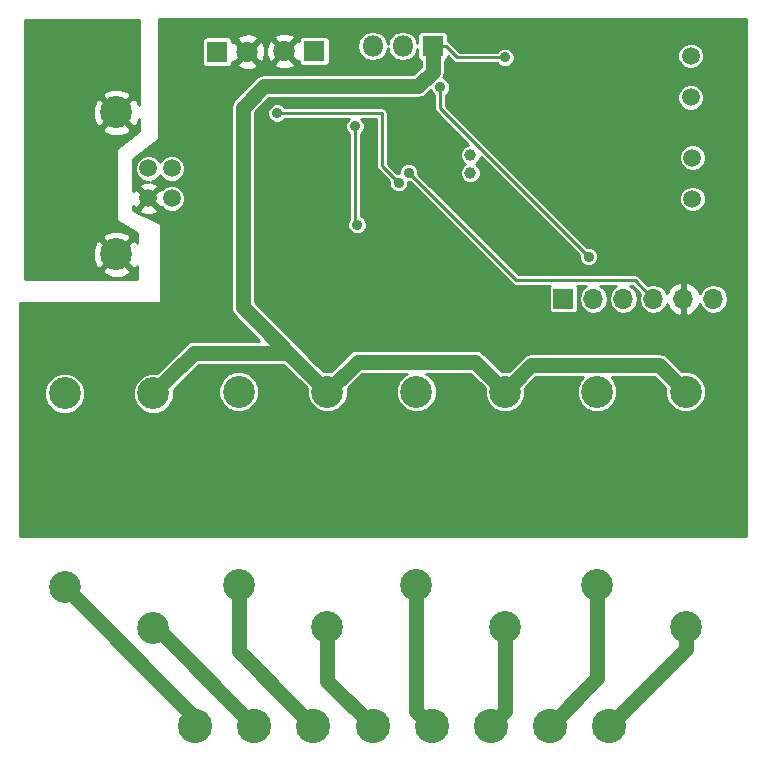
<source format=gbl>
G04 #@! TF.GenerationSoftware,KiCad,Pcbnew,(2017-01-27 revision d0c46a8)-makepkg*
G04 #@! TF.CreationDate,2017-03-06T20:45:13-05:00*
G04 #@! TF.ProjectId,reflowoven,7265666C6F776F76656E2E6B69636164,rev?*
G04 #@! TF.FileFunction,Copper,L2,Bot,Signal*
G04 #@! TF.FilePolarity,Positive*
%FSLAX46Y46*%
G04 Gerber Fmt 4.6, Leading zero omitted, Abs format (unit mm)*
G04 Created by KiCad (PCBNEW (2017-01-27 revision d0c46a8)-makepkg) date 03/06/17 20:45:13*
%MOMM*%
%LPD*%
G01*
G04 APERTURE LIST*
%ADD10C,0.150000*%
%ADD11O,1.800000X1.800000*%
%ADD12R,1.800000X1.800000*%
%ADD13C,2.700000*%
%ADD14O,1.700000X1.700000*%
%ADD15R,1.700000X1.700000*%
%ADD16C,1.500000*%
%ADD17C,2.900000*%
%ADD18C,1.800000*%
%ADD19C,1.520000*%
%ADD20C,1.000000*%
%ADD21C,0.889000*%
%ADD22C,0.228600*%
%ADD23C,1.270000*%
%ADD24C,0.254000*%
G04 APERTURE END LIST*
D10*
D11*
X158902400Y-150469600D03*
X161442400Y-150469600D03*
D12*
X163982400Y-150469600D03*
D13*
X155083200Y-199637200D03*
X147583200Y-196137200D03*
X147583200Y-179737200D03*
X155083200Y-179737200D03*
X140325800Y-179889600D03*
X132825800Y-179889600D03*
X132825800Y-196289600D03*
X140325800Y-199789600D03*
D14*
X187756800Y-171881800D03*
X185216800Y-171881800D03*
X182676800Y-171881800D03*
X180136800Y-171881800D03*
X177596800Y-171881800D03*
D15*
X175056800Y-171881800D03*
D13*
X185410800Y-179737200D03*
X177910800Y-179737200D03*
X177910800Y-196137200D03*
X185410800Y-199637200D03*
D16*
X185978800Y-163418400D03*
X185978800Y-159918400D03*
X185851800Y-151310400D03*
X185851800Y-154810400D03*
D17*
X178902400Y-208026000D03*
X173902400Y-208026000D03*
X168902400Y-208026000D03*
X163902400Y-208026000D03*
X158902400Y-208026000D03*
X153902400Y-208026000D03*
X148902400Y-208026000D03*
X143902400Y-208026000D03*
D13*
X170120000Y-179737200D03*
X162620000Y-179737200D03*
X162620000Y-196137200D03*
X170120000Y-199637200D03*
D18*
X151434800Y-150901400D03*
D12*
X153974800Y-150901400D03*
D13*
X137209800Y-168102800D03*
X137209800Y-156102800D03*
D19*
X139909800Y-160832800D03*
X139909800Y-163372800D03*
X141909800Y-163372800D03*
X141909800Y-160832800D03*
D18*
X148285200Y-150952200D03*
D12*
X145745200Y-150952200D03*
D20*
X167182800Y-159715200D03*
X167182800Y-161215200D03*
D21*
X157594300Y-165608000D03*
X157416500Y-157276800D03*
X177190400Y-168300400D03*
X164642800Y-153949400D03*
X150825200Y-156159200D03*
X161112200Y-162052000D03*
X161950400Y-161188400D03*
X151320500Y-170751500D03*
X155321000Y-162471100D03*
X144741900Y-169418000D03*
X160422797Y-155807973D03*
X165105637Y-157430037D03*
X170281600Y-156883100D03*
X171170600Y-160985200D03*
X179971700Y-163588700D03*
X178879500Y-156972000D03*
X178308000Y-149428200D03*
X170766600Y-150342600D03*
X157378400Y-169418000D03*
X149250400Y-163499800D03*
X147916899Y-162255200D03*
X170103800Y-151447500D03*
D22*
X157416500Y-165430200D02*
X157594300Y-165608000D01*
X157416500Y-157276800D02*
X157416500Y-165430200D01*
X164642800Y-155752800D02*
X177190400Y-168300400D01*
X164642800Y-153949400D02*
X164642800Y-155752800D01*
X159689800Y-156159200D02*
X159689800Y-160629600D01*
X159689800Y-160629600D02*
X161112200Y-162052000D01*
X150825200Y-156159200D02*
X159689800Y-156159200D01*
X171069000Y-170307000D02*
X161950400Y-161188400D01*
X161848800Y-161086800D02*
X161950400Y-161188400D01*
X182676800Y-171881800D02*
X181102000Y-170307000D01*
X181102000Y-170307000D02*
X171069000Y-170307000D01*
D23*
X132825800Y-196289600D02*
X143902400Y-207366200D01*
X143902400Y-207366200D02*
X143902400Y-208026000D01*
X140325800Y-199789600D02*
X140666000Y-199789600D01*
X140666000Y-199789600D02*
X148902400Y-208026000D01*
X147583200Y-196137200D02*
X147583200Y-201706800D01*
X147583200Y-201706800D02*
X152452401Y-206576001D01*
X152452401Y-206576001D02*
X153902400Y-208026000D01*
X155083200Y-199637200D02*
X155083200Y-204206800D01*
X155083200Y-204206800D02*
X158902400Y-208026000D01*
X170120000Y-199637200D02*
X170120000Y-206808400D01*
X170120000Y-206808400D02*
X168902400Y-208026000D01*
X177910800Y-196137200D02*
X177910800Y-204017600D01*
X177910800Y-204017600D02*
X173902400Y-208026000D01*
X185410800Y-199637200D02*
X185410800Y-201517600D01*
X185410800Y-201517600D02*
X178902400Y-208026000D01*
X162620000Y-196137200D02*
X162620000Y-206743600D01*
X162620000Y-206743600D02*
X163902400Y-208026000D01*
X147916899Y-155683181D02*
X147916899Y-162255200D01*
X147916899Y-162255200D02*
X147916899Y-172570899D01*
X155083200Y-179737200D02*
X151774400Y-176428400D01*
X151774400Y-176428400D02*
X143787000Y-176428400D01*
X141675799Y-178539601D02*
X140325800Y-179889600D01*
X143787000Y-176428400D02*
X141675799Y-178539601D01*
X170120000Y-179737200D02*
X172359001Y-177498199D01*
X172359001Y-177498199D02*
X183171799Y-177498199D01*
X183171799Y-177498199D02*
X184060801Y-178387201D01*
X184060801Y-178387201D02*
X185410800Y-179737200D01*
X155083200Y-179737200D02*
X157630000Y-177190400D01*
X157630000Y-177190400D02*
X167573200Y-177190400D01*
X167573200Y-177190400D02*
X168770001Y-178387201D01*
X168770001Y-178387201D02*
X170120000Y-179737200D01*
X162763200Y-153858800D02*
X149741280Y-153858800D01*
X149741280Y-153858800D02*
X147916899Y-155683181D01*
X147916899Y-172570899D02*
X153733201Y-178387201D01*
X153733201Y-178387201D02*
X155083200Y-179737200D01*
X163982400Y-150469600D02*
X163982400Y-152639600D01*
X163982400Y-152639600D02*
X162763200Y-153858800D01*
D22*
X166088900Y-151447500D02*
X170103800Y-151447500D01*
X163982400Y-150469600D02*
X165111000Y-150469600D01*
X165111000Y-150469600D02*
X166088900Y-151447500D01*
D24*
G36*
X190525400Y-191960500D02*
X167563800Y-191960500D01*
X167515199Y-191970167D01*
X167510757Y-191973135D01*
X129032162Y-191935225D01*
X129047060Y-180232407D01*
X131094500Y-180232407D01*
X131357474Y-180868852D01*
X131843987Y-181356214D01*
X132479972Y-181620299D01*
X133168607Y-181620900D01*
X133805052Y-181357926D01*
X134292414Y-180871413D01*
X134556499Y-180235428D01*
X134556501Y-180232407D01*
X138594500Y-180232407D01*
X138857474Y-180868852D01*
X139343987Y-181356214D01*
X139979972Y-181620299D01*
X140668607Y-181620900D01*
X141305052Y-181357926D01*
X141792414Y-180871413D01*
X142056499Y-180235428D01*
X142056634Y-180080007D01*
X145851900Y-180080007D01*
X146114874Y-180716452D01*
X146601387Y-181203814D01*
X147237372Y-181467899D01*
X147926007Y-181468500D01*
X148562452Y-181205526D01*
X149049814Y-180719013D01*
X149313899Y-180083028D01*
X149314500Y-179394393D01*
X149051526Y-178757948D01*
X148565013Y-178270586D01*
X147929028Y-178006501D01*
X147240393Y-178005900D01*
X146603948Y-178268874D01*
X146116586Y-178755387D01*
X145852501Y-179391372D01*
X145851900Y-180080007D01*
X142056634Y-180080007D01*
X142057058Y-179595183D01*
X142394220Y-179258021D01*
X142394222Y-179258018D01*
X144207841Y-177444400D01*
X151353559Y-177444400D01*
X152816946Y-178907787D01*
X153352456Y-179443296D01*
X153351900Y-180080007D01*
X153614874Y-180716452D01*
X154101387Y-181203814D01*
X154737372Y-181467899D01*
X155426007Y-181468500D01*
X156062452Y-181205526D01*
X156549814Y-180719013D01*
X156813899Y-180083028D01*
X156814458Y-179442783D01*
X158050841Y-178206400D01*
X161791946Y-178206400D01*
X161640748Y-178268874D01*
X161153386Y-178755387D01*
X160889301Y-179391372D01*
X160888700Y-180080007D01*
X161151674Y-180716452D01*
X161638187Y-181203814D01*
X162274172Y-181467899D01*
X162962807Y-181468500D01*
X163599252Y-181205526D01*
X164086614Y-180719013D01*
X164350699Y-180083028D01*
X164351300Y-179394393D01*
X164088326Y-178757948D01*
X163601813Y-178270586D01*
X163447237Y-178206400D01*
X167152360Y-178206400D01*
X168051580Y-179105621D01*
X168051583Y-179105623D01*
X168389256Y-179443296D01*
X168388700Y-180080007D01*
X168651674Y-180716452D01*
X169138187Y-181203814D01*
X169774172Y-181467899D01*
X170462807Y-181468500D01*
X171099252Y-181205526D01*
X171586614Y-180719013D01*
X171850699Y-180083028D01*
X171851258Y-179442783D01*
X172779842Y-178514199D01*
X176685795Y-178514199D01*
X176444186Y-178755387D01*
X176180101Y-179391372D01*
X176179500Y-180080007D01*
X176442474Y-180716452D01*
X176928987Y-181203814D01*
X177564972Y-181467899D01*
X178253607Y-181468500D01*
X178890052Y-181205526D01*
X179377414Y-180719013D01*
X179641499Y-180083028D01*
X179642100Y-179394393D01*
X179379126Y-178757948D01*
X179135802Y-178514199D01*
X182750959Y-178514199D01*
X183342381Y-179105622D01*
X183342384Y-179105624D01*
X183680056Y-179443296D01*
X183679500Y-180080007D01*
X183942474Y-180716452D01*
X184428987Y-181203814D01*
X185064972Y-181467899D01*
X185753607Y-181468500D01*
X186390052Y-181205526D01*
X186877414Y-180719013D01*
X187141499Y-180083028D01*
X187142100Y-179394393D01*
X186879126Y-178757948D01*
X186392613Y-178270586D01*
X185756628Y-178006501D01*
X185116382Y-178005942D01*
X184779224Y-177668784D01*
X184779222Y-177668781D01*
X183890219Y-176779779D01*
X183560606Y-176559537D01*
X183496099Y-176546706D01*
X183171799Y-176482199D01*
X172359001Y-176482199D01*
X171970194Y-176559537D01*
X171640581Y-176779778D01*
X170413904Y-178006456D01*
X169825582Y-178005942D01*
X169488423Y-177668783D01*
X169488421Y-177668780D01*
X168291620Y-176471980D01*
X167962007Y-176251738D01*
X167897500Y-176238907D01*
X167573200Y-176174400D01*
X157630000Y-176174400D01*
X157305700Y-176238907D01*
X157241193Y-176251738D01*
X156911579Y-176471980D01*
X155377104Y-178006456D01*
X154788783Y-178005942D01*
X154149903Y-177367062D01*
X148932899Y-172150059D01*
X148932899Y-156322682D01*
X149999557Y-156322682D01*
X150124967Y-156626198D01*
X150356981Y-156858617D01*
X150660277Y-156984557D01*
X150988682Y-156984843D01*
X151292198Y-156859433D01*
X151497489Y-156654500D01*
X156871433Y-156654500D01*
X156717083Y-156808581D01*
X156591143Y-157111877D01*
X156590857Y-157440282D01*
X156716267Y-157743798D01*
X156921200Y-157949089D01*
X156921200Y-165113510D01*
X156894883Y-165139781D01*
X156768943Y-165443077D01*
X156768657Y-165771482D01*
X156894067Y-166074998D01*
X157126081Y-166307417D01*
X157429377Y-166433357D01*
X157757782Y-166433643D01*
X158061298Y-166308233D01*
X158293717Y-166076219D01*
X158419657Y-165772923D01*
X158419943Y-165444518D01*
X158294533Y-165141002D01*
X158062519Y-164908583D01*
X157911800Y-164845999D01*
X157911800Y-157948780D01*
X158115917Y-157745019D01*
X158241857Y-157441723D01*
X158242143Y-157113318D01*
X158116733Y-156809802D01*
X157961702Y-156654500D01*
X159194500Y-156654500D01*
X159194500Y-160629600D01*
X159232202Y-160819144D01*
X159339570Y-160979830D01*
X160286808Y-161927068D01*
X160286557Y-162215482D01*
X160411967Y-162518998D01*
X160643981Y-162751417D01*
X160947277Y-162877357D01*
X161275682Y-162877643D01*
X161579198Y-162752233D01*
X161811617Y-162520219D01*
X161937557Y-162216923D01*
X161937734Y-162013890D01*
X162075550Y-162014010D01*
X170718770Y-170657230D01*
X170879457Y-170764598D01*
X171069000Y-170802300D01*
X173901922Y-170802300D01*
X173847906Y-170883141D01*
X173818336Y-171031800D01*
X173818336Y-172731800D01*
X173847906Y-172880459D01*
X173932114Y-173006486D01*
X174058141Y-173090694D01*
X174206800Y-173120264D01*
X175906800Y-173120264D01*
X176055459Y-173090694D01*
X176181486Y-173006486D01*
X176265694Y-172880459D01*
X176295264Y-172731800D01*
X176295264Y-171031800D01*
X176265694Y-170883141D01*
X176211678Y-170802300D01*
X177003126Y-170802300D01*
X176726352Y-170987235D01*
X176459504Y-171386600D01*
X176365800Y-171857683D01*
X176365800Y-171905917D01*
X176459504Y-172377000D01*
X176726352Y-172776365D01*
X177125717Y-173043213D01*
X177596800Y-173136917D01*
X178067883Y-173043213D01*
X178467248Y-172776365D01*
X178734096Y-172377000D01*
X178827800Y-171905917D01*
X178827800Y-171857683D01*
X178734096Y-171386600D01*
X178467248Y-170987235D01*
X178190474Y-170802300D01*
X179543126Y-170802300D01*
X179266352Y-170987235D01*
X178999504Y-171386600D01*
X178905800Y-171857683D01*
X178905800Y-171905917D01*
X178999504Y-172377000D01*
X179266352Y-172776365D01*
X179665717Y-173043213D01*
X180136800Y-173136917D01*
X180607883Y-173043213D01*
X181007248Y-172776365D01*
X181274096Y-172377000D01*
X181367800Y-171905917D01*
X181367800Y-171857683D01*
X181274096Y-171386600D01*
X181007248Y-170987235D01*
X180730474Y-170802300D01*
X180896840Y-170802300D01*
X181529821Y-171435281D01*
X181445800Y-171857683D01*
X181445800Y-171905917D01*
X181539504Y-172377000D01*
X181806352Y-172776365D01*
X182205717Y-173043213D01*
X182676800Y-173136917D01*
X183147883Y-173043213D01*
X183547248Y-172776365D01*
X183814096Y-172377000D01*
X183821883Y-172337853D01*
X184021617Y-172763158D01*
X184449876Y-173153445D01*
X184859910Y-173323276D01*
X185089800Y-173201955D01*
X185089800Y-172008800D01*
X185069800Y-172008800D01*
X185069800Y-171754800D01*
X185089800Y-171754800D01*
X185089800Y-170561645D01*
X185343800Y-170561645D01*
X185343800Y-171754800D01*
X185363800Y-171754800D01*
X185363800Y-172008800D01*
X185343800Y-172008800D01*
X185343800Y-173201955D01*
X185573690Y-173323276D01*
X185983724Y-173153445D01*
X186411983Y-172763158D01*
X186611717Y-172337853D01*
X186619504Y-172377000D01*
X186886352Y-172776365D01*
X187285717Y-173043213D01*
X187756800Y-173136917D01*
X188227883Y-173043213D01*
X188627248Y-172776365D01*
X188894096Y-172377000D01*
X188987800Y-171905917D01*
X188987800Y-171857683D01*
X188894096Y-171386600D01*
X188627248Y-170987235D01*
X188227883Y-170720387D01*
X187756800Y-170626683D01*
X187285717Y-170720387D01*
X186886352Y-170987235D01*
X186619504Y-171386600D01*
X186611717Y-171425747D01*
X186411983Y-171000442D01*
X185983724Y-170610155D01*
X185573690Y-170440324D01*
X185343800Y-170561645D01*
X185089800Y-170561645D01*
X184859910Y-170440324D01*
X184449876Y-170610155D01*
X184021617Y-171000442D01*
X183821883Y-171425747D01*
X183814096Y-171386600D01*
X183547248Y-170987235D01*
X183147883Y-170720387D01*
X182676800Y-170626683D01*
X182214166Y-170718706D01*
X181452230Y-169956770D01*
X181291544Y-169849402D01*
X181102000Y-169811700D01*
X171274160Y-169811700D01*
X162775792Y-161313332D01*
X162776043Y-161024918D01*
X162650633Y-160721402D01*
X162418619Y-160488983D01*
X162115323Y-160363043D01*
X161786918Y-160362757D01*
X161483402Y-160488167D01*
X161250983Y-160720181D01*
X161125043Y-161023477D01*
X161124866Y-161226510D01*
X160987050Y-161226390D01*
X160185100Y-160424440D01*
X160185100Y-156159200D01*
X160147398Y-155969657D01*
X160040030Y-155808970D01*
X159879343Y-155701602D01*
X159689800Y-155663900D01*
X151497180Y-155663900D01*
X151293419Y-155459783D01*
X150990123Y-155333843D01*
X150661718Y-155333557D01*
X150358202Y-155458967D01*
X150125783Y-155690981D01*
X149999843Y-155994277D01*
X149999557Y-156322682D01*
X148932899Y-156322682D01*
X148932899Y-156104021D01*
X150162121Y-154874800D01*
X162763200Y-154874800D01*
X163087500Y-154810293D01*
X163152007Y-154797462D01*
X163481620Y-154577220D01*
X163854816Y-154204024D01*
X163942567Y-154416398D01*
X164147500Y-154621689D01*
X164147500Y-155752800D01*
X164185202Y-155942344D01*
X164292570Y-156103030D01*
X167023600Y-158834060D01*
X167008327Y-158834047D01*
X166684405Y-158967889D01*
X166436360Y-159215502D01*
X166301953Y-159539189D01*
X166301647Y-159889673D01*
X166435489Y-160213595D01*
X166683102Y-160461640D01*
X166691295Y-160465042D01*
X166684405Y-160467889D01*
X166436360Y-160715502D01*
X166301953Y-161039189D01*
X166301647Y-161389673D01*
X166435489Y-161713595D01*
X166683102Y-161961640D01*
X167006789Y-162096047D01*
X167357273Y-162096353D01*
X167681195Y-161962511D01*
X167929240Y-161714898D01*
X168063647Y-161391211D01*
X168063953Y-161040727D01*
X167930111Y-160716805D01*
X167682498Y-160468760D01*
X167674305Y-160465358D01*
X167681195Y-160462511D01*
X167929240Y-160214898D01*
X168063647Y-159891211D01*
X168063662Y-159874122D01*
X176365008Y-168175468D01*
X176364757Y-168463882D01*
X176490167Y-168767398D01*
X176722181Y-168999817D01*
X177025477Y-169125757D01*
X177353882Y-169126043D01*
X177657398Y-169000633D01*
X177889817Y-168768619D01*
X178015757Y-168465323D01*
X178016043Y-168136918D01*
X177890633Y-167833402D01*
X177658619Y-167600983D01*
X177355323Y-167475043D01*
X177065250Y-167474790D01*
X173232843Y-163642383D01*
X184847604Y-163642383D01*
X185019425Y-164058223D01*
X185337303Y-164376656D01*
X185752843Y-164549204D01*
X186202783Y-164549596D01*
X186618623Y-164377775D01*
X186937056Y-164059897D01*
X187109604Y-163644357D01*
X187109996Y-163194417D01*
X186938175Y-162778577D01*
X186620297Y-162460144D01*
X186204757Y-162287596D01*
X185754817Y-162287204D01*
X185338977Y-162459025D01*
X185020544Y-162776903D01*
X184847996Y-163192443D01*
X184847604Y-163642383D01*
X173232843Y-163642383D01*
X169732843Y-160142383D01*
X184847604Y-160142383D01*
X185019425Y-160558223D01*
X185337303Y-160876656D01*
X185752843Y-161049204D01*
X186202783Y-161049596D01*
X186618623Y-160877775D01*
X186937056Y-160559897D01*
X187109604Y-160144357D01*
X187109996Y-159694417D01*
X186938175Y-159278577D01*
X186620297Y-158960144D01*
X186204757Y-158787596D01*
X185754817Y-158787204D01*
X185338977Y-158959025D01*
X185020544Y-159276903D01*
X184847996Y-159692443D01*
X184847604Y-160142383D01*
X169732843Y-160142383D01*
X165138100Y-155547640D01*
X165138100Y-155034383D01*
X184720604Y-155034383D01*
X184892425Y-155450223D01*
X185210303Y-155768656D01*
X185625843Y-155941204D01*
X186075783Y-155941596D01*
X186491623Y-155769775D01*
X186810056Y-155451897D01*
X186982604Y-155036357D01*
X186982996Y-154586417D01*
X186811175Y-154170577D01*
X186493297Y-153852144D01*
X186077757Y-153679596D01*
X185627817Y-153679204D01*
X185211977Y-153851025D01*
X184893544Y-154168903D01*
X184720996Y-154584443D01*
X184720604Y-155034383D01*
X165138100Y-155034383D01*
X165138100Y-154621380D01*
X165342217Y-154417619D01*
X165468157Y-154114323D01*
X165468443Y-153785918D01*
X165343033Y-153482402D01*
X165111019Y-153249983D01*
X164846422Y-153140112D01*
X164921062Y-153028407D01*
X164933893Y-152963900D01*
X164998400Y-152639600D01*
X164998400Y-151734990D01*
X165031059Y-151728494D01*
X165157086Y-151644286D01*
X165241294Y-151518259D01*
X165270864Y-151369600D01*
X165270864Y-151329924D01*
X165738670Y-151797730D01*
X165899357Y-151905098D01*
X166088900Y-151942800D01*
X169431820Y-151942800D01*
X169635581Y-152146917D01*
X169938877Y-152272857D01*
X170267282Y-152273143D01*
X170570798Y-152147733D01*
X170803217Y-151915719D01*
X170929157Y-151612423D01*
X170929224Y-151534383D01*
X184720604Y-151534383D01*
X184892425Y-151950223D01*
X185210303Y-152268656D01*
X185625843Y-152441204D01*
X186075783Y-152441596D01*
X186491623Y-152269775D01*
X186810056Y-151951897D01*
X186982604Y-151536357D01*
X186982996Y-151086417D01*
X186811175Y-150670577D01*
X186493297Y-150352144D01*
X186077757Y-150179596D01*
X185627817Y-150179204D01*
X185211977Y-150351025D01*
X184893544Y-150668903D01*
X184720996Y-151084443D01*
X184720604Y-151534383D01*
X170929224Y-151534383D01*
X170929443Y-151284018D01*
X170804033Y-150980502D01*
X170572019Y-150748083D01*
X170268723Y-150622143D01*
X169940318Y-150621857D01*
X169636802Y-150747267D01*
X169431511Y-150952200D01*
X166294060Y-150952200D01*
X165461230Y-150119370D01*
X165300544Y-150012002D01*
X165270864Y-150006098D01*
X165270864Y-149569600D01*
X165241294Y-149420941D01*
X165157086Y-149294914D01*
X165031059Y-149210706D01*
X164882400Y-149181136D01*
X163082400Y-149181136D01*
X162933741Y-149210706D01*
X162807714Y-149294914D01*
X162723506Y-149420941D01*
X162693936Y-149569600D01*
X162693936Y-150195308D01*
X162650986Y-149979383D01*
X162373300Y-149563796D01*
X161957713Y-149286110D01*
X161467496Y-149188600D01*
X161417304Y-149188600D01*
X160927087Y-149286110D01*
X160511500Y-149563796D01*
X160233814Y-149979383D01*
X160172400Y-150288133D01*
X160110986Y-149979383D01*
X159833300Y-149563796D01*
X159417713Y-149286110D01*
X158927496Y-149188600D01*
X158877304Y-149188600D01*
X158387087Y-149286110D01*
X157971500Y-149563796D01*
X157693814Y-149979383D01*
X157596304Y-150469600D01*
X157693814Y-150959817D01*
X157971500Y-151375404D01*
X158387087Y-151653090D01*
X158877304Y-151750600D01*
X158927496Y-151750600D01*
X159417713Y-151653090D01*
X159833300Y-151375404D01*
X160110986Y-150959817D01*
X160172400Y-150651067D01*
X160233814Y-150959817D01*
X160511500Y-151375404D01*
X160927087Y-151653090D01*
X161417304Y-151750600D01*
X161467496Y-151750600D01*
X161957713Y-151653090D01*
X162373300Y-151375404D01*
X162650986Y-150959817D01*
X162693936Y-150743892D01*
X162693936Y-151369600D01*
X162723506Y-151518259D01*
X162807714Y-151644286D01*
X162933741Y-151728494D01*
X162966400Y-151734990D01*
X162966400Y-152218759D01*
X162342360Y-152842800D01*
X149741280Y-152842800D01*
X149352474Y-152920138D01*
X149352472Y-152920139D01*
X149352473Y-152920139D01*
X149022859Y-153140380D01*
X147198479Y-154964761D01*
X146978237Y-155294374D01*
X146970443Y-155333557D01*
X146900899Y-155683181D01*
X146900899Y-172570899D01*
X146939142Y-172763158D01*
X146978237Y-172959706D01*
X147198479Y-173289319D01*
X149321560Y-175412400D01*
X143787000Y-175412400D01*
X143462700Y-175476907D01*
X143398193Y-175489738D01*
X143068579Y-175709980D01*
X140957382Y-177821178D01*
X140957379Y-177821180D01*
X140619704Y-178158856D01*
X139982993Y-178158300D01*
X139346548Y-178421274D01*
X138859186Y-178907787D01*
X138595101Y-179543772D01*
X138594500Y-180232407D01*
X134556501Y-180232407D01*
X134557100Y-179546793D01*
X134294126Y-178910348D01*
X133807613Y-178422986D01*
X133171628Y-178158901D01*
X132482993Y-178158300D01*
X131846548Y-178421274D01*
X131359186Y-178907787D01*
X131095101Y-179543772D01*
X131094500Y-180232407D01*
X129047060Y-180232407D01*
X129057239Y-172237400D01*
X140868400Y-172237400D01*
X140917001Y-172227733D01*
X140958203Y-172200203D01*
X140985733Y-172159001D01*
X140995400Y-172110400D01*
X140995400Y-165608000D01*
X140985733Y-165559399D01*
X140958203Y-165518197D01*
X140925196Y-165494408D01*
X138658600Y-164361110D01*
X138658600Y-164351564D01*
X139110641Y-164351564D01*
X139179859Y-164593542D01*
X139702580Y-164779955D01*
X140256849Y-164752141D01*
X140639741Y-164593542D01*
X140708959Y-164351564D01*
X139909800Y-163552405D01*
X139110641Y-164351564D01*
X138658600Y-164351564D01*
X138658600Y-164029209D01*
X138689058Y-164102741D01*
X138931036Y-164171959D01*
X139730195Y-163372800D01*
X140089405Y-163372800D01*
X140888564Y-164171959D01*
X141049421Y-164125946D01*
X141262631Y-164339529D01*
X141681845Y-164513602D01*
X142135763Y-164513998D01*
X142555280Y-164340657D01*
X142876529Y-164019969D01*
X143050602Y-163600755D01*
X143050998Y-163146837D01*
X142877657Y-162727320D01*
X142556969Y-162406071D01*
X142137755Y-162231998D01*
X141683837Y-162231602D01*
X141264320Y-162404943D01*
X141049275Y-162619612D01*
X140888564Y-162573641D01*
X140089405Y-163372800D01*
X139730195Y-163372800D01*
X138931036Y-162573641D01*
X138689058Y-162642859D01*
X138658600Y-162728266D01*
X138658600Y-161058763D01*
X138768602Y-161058763D01*
X138941943Y-161478280D01*
X139262631Y-161799529D01*
X139681845Y-161973602D01*
X139953729Y-161973839D01*
X139562751Y-161993459D01*
X139179859Y-162152058D01*
X139110641Y-162394036D01*
X139909800Y-163193195D01*
X140708959Y-162394036D01*
X140639741Y-162152058D01*
X140137931Y-161973102D01*
X140555280Y-161800657D01*
X140876529Y-161479969D01*
X140909667Y-161400165D01*
X140941943Y-161478280D01*
X141262631Y-161799529D01*
X141681845Y-161973602D01*
X142135763Y-161973998D01*
X142555280Y-161800657D01*
X142876529Y-161479969D01*
X143050602Y-161060755D01*
X143050998Y-160606837D01*
X142877657Y-160187320D01*
X142556969Y-159866071D01*
X142137755Y-159691998D01*
X141683837Y-159691602D01*
X141264320Y-159864943D01*
X140943071Y-160185631D01*
X140909933Y-160265435D01*
X140877657Y-160187320D01*
X140556969Y-159866071D01*
X140137755Y-159691998D01*
X139683837Y-159691602D01*
X139264320Y-159864943D01*
X138943071Y-160185631D01*
X138768998Y-160604845D01*
X138768602Y-161058763D01*
X138658600Y-161058763D01*
X138658600Y-160032100D01*
X140742167Y-158444620D01*
X140774967Y-158407476D01*
X140792200Y-158343600D01*
X140792200Y-150052200D01*
X144456736Y-150052200D01*
X144456736Y-151852200D01*
X144486306Y-152000859D01*
X144570514Y-152126886D01*
X144696541Y-152211094D01*
X144845200Y-152240664D01*
X146645200Y-152240664D01*
X146793859Y-152211094D01*
X146919886Y-152126886D01*
X146983046Y-152032359D01*
X147384646Y-152032359D01*
X147471052Y-152288843D01*
X148044536Y-152498658D01*
X148654660Y-152473039D01*
X149099348Y-152288843D01*
X149185754Y-152032359D01*
X149134954Y-151981559D01*
X150534246Y-151981559D01*
X150620652Y-152238043D01*
X151194136Y-152447858D01*
X151804260Y-152422239D01*
X152248948Y-152238043D01*
X152335354Y-151981559D01*
X151434800Y-151081005D01*
X150534246Y-151981559D01*
X149134954Y-151981559D01*
X148285200Y-151131805D01*
X147384646Y-152032359D01*
X146983046Y-152032359D01*
X147004094Y-152000859D01*
X147033664Y-151852200D01*
X147033664Y-151795019D01*
X147205041Y-151852754D01*
X148105595Y-150952200D01*
X148464805Y-150952200D01*
X149365359Y-151852754D01*
X149621843Y-151766348D01*
X149831658Y-151192864D01*
X149809315Y-150660736D01*
X149888342Y-150660736D01*
X149913961Y-151270860D01*
X150098157Y-151715548D01*
X150354641Y-151801954D01*
X151255195Y-150901400D01*
X151614405Y-150901400D01*
X152514959Y-151801954D01*
X152686336Y-151744219D01*
X152686336Y-151801400D01*
X152715906Y-151950059D01*
X152800114Y-152076086D01*
X152926141Y-152160294D01*
X153074800Y-152189864D01*
X154874800Y-152189864D01*
X155023459Y-152160294D01*
X155149486Y-152076086D01*
X155233694Y-151950059D01*
X155263264Y-151801400D01*
X155263264Y-150001400D01*
X155233694Y-149852741D01*
X155149486Y-149726714D01*
X155023459Y-149642506D01*
X154874800Y-149612936D01*
X153074800Y-149612936D01*
X152926141Y-149642506D01*
X152800114Y-149726714D01*
X152715906Y-149852741D01*
X152686336Y-150001400D01*
X152686336Y-150058581D01*
X152514959Y-150000846D01*
X151614405Y-150901400D01*
X151255195Y-150901400D01*
X150354641Y-150000846D01*
X150098157Y-150087252D01*
X149888342Y-150660736D01*
X149809315Y-150660736D01*
X149806039Y-150582740D01*
X149621843Y-150138052D01*
X149365359Y-150051646D01*
X148464805Y-150952200D01*
X148105595Y-150952200D01*
X147205041Y-150051646D01*
X147033664Y-150109381D01*
X147033664Y-150052200D01*
X147004094Y-149903541D01*
X146983047Y-149872041D01*
X147384646Y-149872041D01*
X148285200Y-150772595D01*
X149185754Y-149872041D01*
X149168641Y-149821241D01*
X150534246Y-149821241D01*
X151434800Y-150721795D01*
X152335354Y-149821241D01*
X152248948Y-149564757D01*
X151675464Y-149354942D01*
X151065340Y-149380561D01*
X150620652Y-149564757D01*
X150534246Y-149821241D01*
X149168641Y-149821241D01*
X149099348Y-149615557D01*
X148525864Y-149405742D01*
X147915740Y-149431361D01*
X147471052Y-149615557D01*
X147384646Y-149872041D01*
X146983047Y-149872041D01*
X146919886Y-149777514D01*
X146793859Y-149693306D01*
X146645200Y-149663736D01*
X144845200Y-149663736D01*
X144696541Y-149693306D01*
X144570514Y-149777514D01*
X144486306Y-149903541D01*
X144456736Y-150052200D01*
X140792200Y-150052200D01*
X140792200Y-148209000D01*
X190525400Y-148209000D01*
X190525400Y-191960500D01*
X190525400Y-191960500D01*
G37*
X190525400Y-191960500D02*
X167563800Y-191960500D01*
X167515199Y-191970167D01*
X167510757Y-191973135D01*
X129032162Y-191935225D01*
X129047060Y-180232407D01*
X131094500Y-180232407D01*
X131357474Y-180868852D01*
X131843987Y-181356214D01*
X132479972Y-181620299D01*
X133168607Y-181620900D01*
X133805052Y-181357926D01*
X134292414Y-180871413D01*
X134556499Y-180235428D01*
X134556501Y-180232407D01*
X138594500Y-180232407D01*
X138857474Y-180868852D01*
X139343987Y-181356214D01*
X139979972Y-181620299D01*
X140668607Y-181620900D01*
X141305052Y-181357926D01*
X141792414Y-180871413D01*
X142056499Y-180235428D01*
X142056634Y-180080007D01*
X145851900Y-180080007D01*
X146114874Y-180716452D01*
X146601387Y-181203814D01*
X147237372Y-181467899D01*
X147926007Y-181468500D01*
X148562452Y-181205526D01*
X149049814Y-180719013D01*
X149313899Y-180083028D01*
X149314500Y-179394393D01*
X149051526Y-178757948D01*
X148565013Y-178270586D01*
X147929028Y-178006501D01*
X147240393Y-178005900D01*
X146603948Y-178268874D01*
X146116586Y-178755387D01*
X145852501Y-179391372D01*
X145851900Y-180080007D01*
X142056634Y-180080007D01*
X142057058Y-179595183D01*
X142394220Y-179258021D01*
X142394222Y-179258018D01*
X144207841Y-177444400D01*
X151353559Y-177444400D01*
X152816946Y-178907787D01*
X153352456Y-179443296D01*
X153351900Y-180080007D01*
X153614874Y-180716452D01*
X154101387Y-181203814D01*
X154737372Y-181467899D01*
X155426007Y-181468500D01*
X156062452Y-181205526D01*
X156549814Y-180719013D01*
X156813899Y-180083028D01*
X156814458Y-179442783D01*
X158050841Y-178206400D01*
X161791946Y-178206400D01*
X161640748Y-178268874D01*
X161153386Y-178755387D01*
X160889301Y-179391372D01*
X160888700Y-180080007D01*
X161151674Y-180716452D01*
X161638187Y-181203814D01*
X162274172Y-181467899D01*
X162962807Y-181468500D01*
X163599252Y-181205526D01*
X164086614Y-180719013D01*
X164350699Y-180083028D01*
X164351300Y-179394393D01*
X164088326Y-178757948D01*
X163601813Y-178270586D01*
X163447237Y-178206400D01*
X167152360Y-178206400D01*
X168051580Y-179105621D01*
X168051583Y-179105623D01*
X168389256Y-179443296D01*
X168388700Y-180080007D01*
X168651674Y-180716452D01*
X169138187Y-181203814D01*
X169774172Y-181467899D01*
X170462807Y-181468500D01*
X171099252Y-181205526D01*
X171586614Y-180719013D01*
X171850699Y-180083028D01*
X171851258Y-179442783D01*
X172779842Y-178514199D01*
X176685795Y-178514199D01*
X176444186Y-178755387D01*
X176180101Y-179391372D01*
X176179500Y-180080007D01*
X176442474Y-180716452D01*
X176928987Y-181203814D01*
X177564972Y-181467899D01*
X178253607Y-181468500D01*
X178890052Y-181205526D01*
X179377414Y-180719013D01*
X179641499Y-180083028D01*
X179642100Y-179394393D01*
X179379126Y-178757948D01*
X179135802Y-178514199D01*
X182750959Y-178514199D01*
X183342381Y-179105622D01*
X183342384Y-179105624D01*
X183680056Y-179443296D01*
X183679500Y-180080007D01*
X183942474Y-180716452D01*
X184428987Y-181203814D01*
X185064972Y-181467899D01*
X185753607Y-181468500D01*
X186390052Y-181205526D01*
X186877414Y-180719013D01*
X187141499Y-180083028D01*
X187142100Y-179394393D01*
X186879126Y-178757948D01*
X186392613Y-178270586D01*
X185756628Y-178006501D01*
X185116382Y-178005942D01*
X184779224Y-177668784D01*
X184779222Y-177668781D01*
X183890219Y-176779779D01*
X183560606Y-176559537D01*
X183496099Y-176546706D01*
X183171799Y-176482199D01*
X172359001Y-176482199D01*
X171970194Y-176559537D01*
X171640581Y-176779778D01*
X170413904Y-178006456D01*
X169825582Y-178005942D01*
X169488423Y-177668783D01*
X169488421Y-177668780D01*
X168291620Y-176471980D01*
X167962007Y-176251738D01*
X167897500Y-176238907D01*
X167573200Y-176174400D01*
X157630000Y-176174400D01*
X157305700Y-176238907D01*
X157241193Y-176251738D01*
X156911579Y-176471980D01*
X155377104Y-178006456D01*
X154788783Y-178005942D01*
X154149903Y-177367062D01*
X148932899Y-172150059D01*
X148932899Y-156322682D01*
X149999557Y-156322682D01*
X150124967Y-156626198D01*
X150356981Y-156858617D01*
X150660277Y-156984557D01*
X150988682Y-156984843D01*
X151292198Y-156859433D01*
X151497489Y-156654500D01*
X156871433Y-156654500D01*
X156717083Y-156808581D01*
X156591143Y-157111877D01*
X156590857Y-157440282D01*
X156716267Y-157743798D01*
X156921200Y-157949089D01*
X156921200Y-165113510D01*
X156894883Y-165139781D01*
X156768943Y-165443077D01*
X156768657Y-165771482D01*
X156894067Y-166074998D01*
X157126081Y-166307417D01*
X157429377Y-166433357D01*
X157757782Y-166433643D01*
X158061298Y-166308233D01*
X158293717Y-166076219D01*
X158419657Y-165772923D01*
X158419943Y-165444518D01*
X158294533Y-165141002D01*
X158062519Y-164908583D01*
X157911800Y-164845999D01*
X157911800Y-157948780D01*
X158115917Y-157745019D01*
X158241857Y-157441723D01*
X158242143Y-157113318D01*
X158116733Y-156809802D01*
X157961702Y-156654500D01*
X159194500Y-156654500D01*
X159194500Y-160629600D01*
X159232202Y-160819144D01*
X159339570Y-160979830D01*
X160286808Y-161927068D01*
X160286557Y-162215482D01*
X160411967Y-162518998D01*
X160643981Y-162751417D01*
X160947277Y-162877357D01*
X161275682Y-162877643D01*
X161579198Y-162752233D01*
X161811617Y-162520219D01*
X161937557Y-162216923D01*
X161937734Y-162013890D01*
X162075550Y-162014010D01*
X170718770Y-170657230D01*
X170879457Y-170764598D01*
X171069000Y-170802300D01*
X173901922Y-170802300D01*
X173847906Y-170883141D01*
X173818336Y-171031800D01*
X173818336Y-172731800D01*
X173847906Y-172880459D01*
X173932114Y-173006486D01*
X174058141Y-173090694D01*
X174206800Y-173120264D01*
X175906800Y-173120264D01*
X176055459Y-173090694D01*
X176181486Y-173006486D01*
X176265694Y-172880459D01*
X176295264Y-172731800D01*
X176295264Y-171031800D01*
X176265694Y-170883141D01*
X176211678Y-170802300D01*
X177003126Y-170802300D01*
X176726352Y-170987235D01*
X176459504Y-171386600D01*
X176365800Y-171857683D01*
X176365800Y-171905917D01*
X176459504Y-172377000D01*
X176726352Y-172776365D01*
X177125717Y-173043213D01*
X177596800Y-173136917D01*
X178067883Y-173043213D01*
X178467248Y-172776365D01*
X178734096Y-172377000D01*
X178827800Y-171905917D01*
X178827800Y-171857683D01*
X178734096Y-171386600D01*
X178467248Y-170987235D01*
X178190474Y-170802300D01*
X179543126Y-170802300D01*
X179266352Y-170987235D01*
X178999504Y-171386600D01*
X178905800Y-171857683D01*
X178905800Y-171905917D01*
X178999504Y-172377000D01*
X179266352Y-172776365D01*
X179665717Y-173043213D01*
X180136800Y-173136917D01*
X180607883Y-173043213D01*
X181007248Y-172776365D01*
X181274096Y-172377000D01*
X181367800Y-171905917D01*
X181367800Y-171857683D01*
X181274096Y-171386600D01*
X181007248Y-170987235D01*
X180730474Y-170802300D01*
X180896840Y-170802300D01*
X181529821Y-171435281D01*
X181445800Y-171857683D01*
X181445800Y-171905917D01*
X181539504Y-172377000D01*
X181806352Y-172776365D01*
X182205717Y-173043213D01*
X182676800Y-173136917D01*
X183147883Y-173043213D01*
X183547248Y-172776365D01*
X183814096Y-172377000D01*
X183821883Y-172337853D01*
X184021617Y-172763158D01*
X184449876Y-173153445D01*
X184859910Y-173323276D01*
X185089800Y-173201955D01*
X185089800Y-172008800D01*
X185069800Y-172008800D01*
X185069800Y-171754800D01*
X185089800Y-171754800D01*
X185089800Y-170561645D01*
X185343800Y-170561645D01*
X185343800Y-171754800D01*
X185363800Y-171754800D01*
X185363800Y-172008800D01*
X185343800Y-172008800D01*
X185343800Y-173201955D01*
X185573690Y-173323276D01*
X185983724Y-173153445D01*
X186411983Y-172763158D01*
X186611717Y-172337853D01*
X186619504Y-172377000D01*
X186886352Y-172776365D01*
X187285717Y-173043213D01*
X187756800Y-173136917D01*
X188227883Y-173043213D01*
X188627248Y-172776365D01*
X188894096Y-172377000D01*
X188987800Y-171905917D01*
X188987800Y-171857683D01*
X188894096Y-171386600D01*
X188627248Y-170987235D01*
X188227883Y-170720387D01*
X187756800Y-170626683D01*
X187285717Y-170720387D01*
X186886352Y-170987235D01*
X186619504Y-171386600D01*
X186611717Y-171425747D01*
X186411983Y-171000442D01*
X185983724Y-170610155D01*
X185573690Y-170440324D01*
X185343800Y-170561645D01*
X185089800Y-170561645D01*
X184859910Y-170440324D01*
X184449876Y-170610155D01*
X184021617Y-171000442D01*
X183821883Y-171425747D01*
X183814096Y-171386600D01*
X183547248Y-170987235D01*
X183147883Y-170720387D01*
X182676800Y-170626683D01*
X182214166Y-170718706D01*
X181452230Y-169956770D01*
X181291544Y-169849402D01*
X181102000Y-169811700D01*
X171274160Y-169811700D01*
X162775792Y-161313332D01*
X162776043Y-161024918D01*
X162650633Y-160721402D01*
X162418619Y-160488983D01*
X162115323Y-160363043D01*
X161786918Y-160362757D01*
X161483402Y-160488167D01*
X161250983Y-160720181D01*
X161125043Y-161023477D01*
X161124866Y-161226510D01*
X160987050Y-161226390D01*
X160185100Y-160424440D01*
X160185100Y-156159200D01*
X160147398Y-155969657D01*
X160040030Y-155808970D01*
X159879343Y-155701602D01*
X159689800Y-155663900D01*
X151497180Y-155663900D01*
X151293419Y-155459783D01*
X150990123Y-155333843D01*
X150661718Y-155333557D01*
X150358202Y-155458967D01*
X150125783Y-155690981D01*
X149999843Y-155994277D01*
X149999557Y-156322682D01*
X148932899Y-156322682D01*
X148932899Y-156104021D01*
X150162121Y-154874800D01*
X162763200Y-154874800D01*
X163087500Y-154810293D01*
X163152007Y-154797462D01*
X163481620Y-154577220D01*
X163854816Y-154204024D01*
X163942567Y-154416398D01*
X164147500Y-154621689D01*
X164147500Y-155752800D01*
X164185202Y-155942344D01*
X164292570Y-156103030D01*
X167023600Y-158834060D01*
X167008327Y-158834047D01*
X166684405Y-158967889D01*
X166436360Y-159215502D01*
X166301953Y-159539189D01*
X166301647Y-159889673D01*
X166435489Y-160213595D01*
X166683102Y-160461640D01*
X166691295Y-160465042D01*
X166684405Y-160467889D01*
X166436360Y-160715502D01*
X166301953Y-161039189D01*
X166301647Y-161389673D01*
X166435489Y-161713595D01*
X166683102Y-161961640D01*
X167006789Y-162096047D01*
X167357273Y-162096353D01*
X167681195Y-161962511D01*
X167929240Y-161714898D01*
X168063647Y-161391211D01*
X168063953Y-161040727D01*
X167930111Y-160716805D01*
X167682498Y-160468760D01*
X167674305Y-160465358D01*
X167681195Y-160462511D01*
X167929240Y-160214898D01*
X168063647Y-159891211D01*
X168063662Y-159874122D01*
X176365008Y-168175468D01*
X176364757Y-168463882D01*
X176490167Y-168767398D01*
X176722181Y-168999817D01*
X177025477Y-169125757D01*
X177353882Y-169126043D01*
X177657398Y-169000633D01*
X177889817Y-168768619D01*
X178015757Y-168465323D01*
X178016043Y-168136918D01*
X177890633Y-167833402D01*
X177658619Y-167600983D01*
X177355323Y-167475043D01*
X177065250Y-167474790D01*
X173232843Y-163642383D01*
X184847604Y-163642383D01*
X185019425Y-164058223D01*
X185337303Y-164376656D01*
X185752843Y-164549204D01*
X186202783Y-164549596D01*
X186618623Y-164377775D01*
X186937056Y-164059897D01*
X187109604Y-163644357D01*
X187109996Y-163194417D01*
X186938175Y-162778577D01*
X186620297Y-162460144D01*
X186204757Y-162287596D01*
X185754817Y-162287204D01*
X185338977Y-162459025D01*
X185020544Y-162776903D01*
X184847996Y-163192443D01*
X184847604Y-163642383D01*
X173232843Y-163642383D01*
X169732843Y-160142383D01*
X184847604Y-160142383D01*
X185019425Y-160558223D01*
X185337303Y-160876656D01*
X185752843Y-161049204D01*
X186202783Y-161049596D01*
X186618623Y-160877775D01*
X186937056Y-160559897D01*
X187109604Y-160144357D01*
X187109996Y-159694417D01*
X186938175Y-159278577D01*
X186620297Y-158960144D01*
X186204757Y-158787596D01*
X185754817Y-158787204D01*
X185338977Y-158959025D01*
X185020544Y-159276903D01*
X184847996Y-159692443D01*
X184847604Y-160142383D01*
X169732843Y-160142383D01*
X165138100Y-155547640D01*
X165138100Y-155034383D01*
X184720604Y-155034383D01*
X184892425Y-155450223D01*
X185210303Y-155768656D01*
X185625843Y-155941204D01*
X186075783Y-155941596D01*
X186491623Y-155769775D01*
X186810056Y-155451897D01*
X186982604Y-155036357D01*
X186982996Y-154586417D01*
X186811175Y-154170577D01*
X186493297Y-153852144D01*
X186077757Y-153679596D01*
X185627817Y-153679204D01*
X185211977Y-153851025D01*
X184893544Y-154168903D01*
X184720996Y-154584443D01*
X184720604Y-155034383D01*
X165138100Y-155034383D01*
X165138100Y-154621380D01*
X165342217Y-154417619D01*
X165468157Y-154114323D01*
X165468443Y-153785918D01*
X165343033Y-153482402D01*
X165111019Y-153249983D01*
X164846422Y-153140112D01*
X164921062Y-153028407D01*
X164933893Y-152963900D01*
X164998400Y-152639600D01*
X164998400Y-151734990D01*
X165031059Y-151728494D01*
X165157086Y-151644286D01*
X165241294Y-151518259D01*
X165270864Y-151369600D01*
X165270864Y-151329924D01*
X165738670Y-151797730D01*
X165899357Y-151905098D01*
X166088900Y-151942800D01*
X169431820Y-151942800D01*
X169635581Y-152146917D01*
X169938877Y-152272857D01*
X170267282Y-152273143D01*
X170570798Y-152147733D01*
X170803217Y-151915719D01*
X170929157Y-151612423D01*
X170929224Y-151534383D01*
X184720604Y-151534383D01*
X184892425Y-151950223D01*
X185210303Y-152268656D01*
X185625843Y-152441204D01*
X186075783Y-152441596D01*
X186491623Y-152269775D01*
X186810056Y-151951897D01*
X186982604Y-151536357D01*
X186982996Y-151086417D01*
X186811175Y-150670577D01*
X186493297Y-150352144D01*
X186077757Y-150179596D01*
X185627817Y-150179204D01*
X185211977Y-150351025D01*
X184893544Y-150668903D01*
X184720996Y-151084443D01*
X184720604Y-151534383D01*
X170929224Y-151534383D01*
X170929443Y-151284018D01*
X170804033Y-150980502D01*
X170572019Y-150748083D01*
X170268723Y-150622143D01*
X169940318Y-150621857D01*
X169636802Y-150747267D01*
X169431511Y-150952200D01*
X166294060Y-150952200D01*
X165461230Y-150119370D01*
X165300544Y-150012002D01*
X165270864Y-150006098D01*
X165270864Y-149569600D01*
X165241294Y-149420941D01*
X165157086Y-149294914D01*
X165031059Y-149210706D01*
X164882400Y-149181136D01*
X163082400Y-149181136D01*
X162933741Y-149210706D01*
X162807714Y-149294914D01*
X162723506Y-149420941D01*
X162693936Y-149569600D01*
X162693936Y-150195308D01*
X162650986Y-149979383D01*
X162373300Y-149563796D01*
X161957713Y-149286110D01*
X161467496Y-149188600D01*
X161417304Y-149188600D01*
X160927087Y-149286110D01*
X160511500Y-149563796D01*
X160233814Y-149979383D01*
X160172400Y-150288133D01*
X160110986Y-149979383D01*
X159833300Y-149563796D01*
X159417713Y-149286110D01*
X158927496Y-149188600D01*
X158877304Y-149188600D01*
X158387087Y-149286110D01*
X157971500Y-149563796D01*
X157693814Y-149979383D01*
X157596304Y-150469600D01*
X157693814Y-150959817D01*
X157971500Y-151375404D01*
X158387087Y-151653090D01*
X158877304Y-151750600D01*
X158927496Y-151750600D01*
X159417713Y-151653090D01*
X159833300Y-151375404D01*
X160110986Y-150959817D01*
X160172400Y-150651067D01*
X160233814Y-150959817D01*
X160511500Y-151375404D01*
X160927087Y-151653090D01*
X161417304Y-151750600D01*
X161467496Y-151750600D01*
X161957713Y-151653090D01*
X162373300Y-151375404D01*
X162650986Y-150959817D01*
X162693936Y-150743892D01*
X162693936Y-151369600D01*
X162723506Y-151518259D01*
X162807714Y-151644286D01*
X162933741Y-151728494D01*
X162966400Y-151734990D01*
X162966400Y-152218759D01*
X162342360Y-152842800D01*
X149741280Y-152842800D01*
X149352474Y-152920138D01*
X149352472Y-152920139D01*
X149352473Y-152920139D01*
X149022859Y-153140380D01*
X147198479Y-154964761D01*
X146978237Y-155294374D01*
X146970443Y-155333557D01*
X146900899Y-155683181D01*
X146900899Y-172570899D01*
X146939142Y-172763158D01*
X146978237Y-172959706D01*
X147198479Y-173289319D01*
X149321560Y-175412400D01*
X143787000Y-175412400D01*
X143462700Y-175476907D01*
X143398193Y-175489738D01*
X143068579Y-175709980D01*
X140957382Y-177821178D01*
X140957379Y-177821180D01*
X140619704Y-178158856D01*
X139982993Y-178158300D01*
X139346548Y-178421274D01*
X138859186Y-178907787D01*
X138595101Y-179543772D01*
X138594500Y-180232407D01*
X134556501Y-180232407D01*
X134557100Y-179546793D01*
X134294126Y-178910348D01*
X133807613Y-178422986D01*
X133171628Y-178158901D01*
X132482993Y-178158300D01*
X131846548Y-178421274D01*
X131359186Y-178907787D01*
X131095101Y-179543772D01*
X131094500Y-180232407D01*
X129047060Y-180232407D01*
X129057239Y-172237400D01*
X140868400Y-172237400D01*
X140917001Y-172227733D01*
X140958203Y-172200203D01*
X140985733Y-172159001D01*
X140995400Y-172110400D01*
X140995400Y-165608000D01*
X140985733Y-165559399D01*
X140958203Y-165518197D01*
X140925196Y-165494408D01*
X138658600Y-164361110D01*
X138658600Y-164351564D01*
X139110641Y-164351564D01*
X139179859Y-164593542D01*
X139702580Y-164779955D01*
X140256849Y-164752141D01*
X140639741Y-164593542D01*
X140708959Y-164351564D01*
X139909800Y-163552405D01*
X139110641Y-164351564D01*
X138658600Y-164351564D01*
X138658600Y-164029209D01*
X138689058Y-164102741D01*
X138931036Y-164171959D01*
X139730195Y-163372800D01*
X140089405Y-163372800D01*
X140888564Y-164171959D01*
X141049421Y-164125946D01*
X141262631Y-164339529D01*
X141681845Y-164513602D01*
X142135763Y-164513998D01*
X142555280Y-164340657D01*
X142876529Y-164019969D01*
X143050602Y-163600755D01*
X143050998Y-163146837D01*
X142877657Y-162727320D01*
X142556969Y-162406071D01*
X142137755Y-162231998D01*
X141683837Y-162231602D01*
X141264320Y-162404943D01*
X141049275Y-162619612D01*
X140888564Y-162573641D01*
X140089405Y-163372800D01*
X139730195Y-163372800D01*
X138931036Y-162573641D01*
X138689058Y-162642859D01*
X138658600Y-162728266D01*
X138658600Y-161058763D01*
X138768602Y-161058763D01*
X138941943Y-161478280D01*
X139262631Y-161799529D01*
X139681845Y-161973602D01*
X139953729Y-161973839D01*
X139562751Y-161993459D01*
X139179859Y-162152058D01*
X139110641Y-162394036D01*
X139909800Y-163193195D01*
X140708959Y-162394036D01*
X140639741Y-162152058D01*
X140137931Y-161973102D01*
X140555280Y-161800657D01*
X140876529Y-161479969D01*
X140909667Y-161400165D01*
X140941943Y-161478280D01*
X141262631Y-161799529D01*
X141681845Y-161973602D01*
X142135763Y-161973998D01*
X142555280Y-161800657D01*
X142876529Y-161479969D01*
X143050602Y-161060755D01*
X143050998Y-160606837D01*
X142877657Y-160187320D01*
X142556969Y-159866071D01*
X142137755Y-159691998D01*
X141683837Y-159691602D01*
X141264320Y-159864943D01*
X140943071Y-160185631D01*
X140909933Y-160265435D01*
X140877657Y-160187320D01*
X140556969Y-159866071D01*
X140137755Y-159691998D01*
X139683837Y-159691602D01*
X139264320Y-159864943D01*
X138943071Y-160185631D01*
X138768998Y-160604845D01*
X138768602Y-161058763D01*
X138658600Y-161058763D01*
X138658600Y-160032100D01*
X140742167Y-158444620D01*
X140774967Y-158407476D01*
X140792200Y-158343600D01*
X140792200Y-150052200D01*
X144456736Y-150052200D01*
X144456736Y-151852200D01*
X144486306Y-152000859D01*
X144570514Y-152126886D01*
X144696541Y-152211094D01*
X144845200Y-152240664D01*
X146645200Y-152240664D01*
X146793859Y-152211094D01*
X146919886Y-152126886D01*
X146983046Y-152032359D01*
X147384646Y-152032359D01*
X147471052Y-152288843D01*
X148044536Y-152498658D01*
X148654660Y-152473039D01*
X149099348Y-152288843D01*
X149185754Y-152032359D01*
X149134954Y-151981559D01*
X150534246Y-151981559D01*
X150620652Y-152238043D01*
X151194136Y-152447858D01*
X151804260Y-152422239D01*
X152248948Y-152238043D01*
X152335354Y-151981559D01*
X151434800Y-151081005D01*
X150534246Y-151981559D01*
X149134954Y-151981559D01*
X148285200Y-151131805D01*
X147384646Y-152032359D01*
X146983046Y-152032359D01*
X147004094Y-152000859D01*
X147033664Y-151852200D01*
X147033664Y-151795019D01*
X147205041Y-151852754D01*
X148105595Y-150952200D01*
X148464805Y-150952200D01*
X149365359Y-151852754D01*
X149621843Y-151766348D01*
X149831658Y-151192864D01*
X149809315Y-150660736D01*
X149888342Y-150660736D01*
X149913961Y-151270860D01*
X150098157Y-151715548D01*
X150354641Y-151801954D01*
X151255195Y-150901400D01*
X151614405Y-150901400D01*
X152514959Y-151801954D01*
X152686336Y-151744219D01*
X152686336Y-151801400D01*
X152715906Y-151950059D01*
X152800114Y-152076086D01*
X152926141Y-152160294D01*
X153074800Y-152189864D01*
X154874800Y-152189864D01*
X155023459Y-152160294D01*
X155149486Y-152076086D01*
X155233694Y-151950059D01*
X155263264Y-151801400D01*
X155263264Y-150001400D01*
X155233694Y-149852741D01*
X155149486Y-149726714D01*
X155023459Y-149642506D01*
X154874800Y-149612936D01*
X153074800Y-149612936D01*
X152926141Y-149642506D01*
X152800114Y-149726714D01*
X152715906Y-149852741D01*
X152686336Y-150001400D01*
X152686336Y-150058581D01*
X152514959Y-150000846D01*
X151614405Y-150901400D01*
X151255195Y-150901400D01*
X150354641Y-150000846D01*
X150098157Y-150087252D01*
X149888342Y-150660736D01*
X149809315Y-150660736D01*
X149806039Y-150582740D01*
X149621843Y-150138052D01*
X149365359Y-150051646D01*
X148464805Y-150952200D01*
X148105595Y-150952200D01*
X147205041Y-150051646D01*
X147033664Y-150109381D01*
X147033664Y-150052200D01*
X147004094Y-149903541D01*
X146983047Y-149872041D01*
X147384646Y-149872041D01*
X148285200Y-150772595D01*
X149185754Y-149872041D01*
X149168641Y-149821241D01*
X150534246Y-149821241D01*
X151434800Y-150721795D01*
X152335354Y-149821241D01*
X152248948Y-149564757D01*
X151675464Y-149354942D01*
X151065340Y-149380561D01*
X150620652Y-149564757D01*
X150534246Y-149821241D01*
X149168641Y-149821241D01*
X149099348Y-149615557D01*
X148525864Y-149405742D01*
X147915740Y-149431361D01*
X147471052Y-149615557D01*
X147384646Y-149872041D01*
X146983047Y-149872041D01*
X146919886Y-149777514D01*
X146793859Y-149693306D01*
X146645200Y-149663736D01*
X144845200Y-149663736D01*
X144696541Y-149693306D01*
X144570514Y-149777514D01*
X144486306Y-149903541D01*
X144456736Y-150052200D01*
X140792200Y-150052200D01*
X140792200Y-148209000D01*
X190525400Y-148209000D01*
X190525400Y-191960500D01*
G36*
X139115800Y-155494405D02*
X138918582Y-155018278D01*
X138615393Y-154876812D01*
X137389405Y-156102800D01*
X138615393Y-157328788D01*
X138918582Y-157187322D01*
X139115800Y-156677605D01*
X139115800Y-157671162D01*
X137235352Y-159106241D01*
X137202582Y-159143411D01*
X137185400Y-159207200D01*
X137185400Y-165201600D01*
X137195067Y-165250201D01*
X137222597Y-165291403D01*
X137247059Y-165310502D01*
X138963400Y-166340307D01*
X138963400Y-167126478D01*
X138918582Y-167018278D01*
X138615393Y-166876812D01*
X137389405Y-168102800D01*
X138615393Y-169328788D01*
X138918582Y-169187322D01*
X138963400Y-169071488D01*
X138963400Y-170205400D01*
X129514310Y-170205400D01*
X129512716Y-169508393D01*
X135983812Y-169508393D01*
X136125278Y-169811582D01*
X136861755Y-170096537D01*
X137651218Y-170077964D01*
X138294322Y-169811582D01*
X138435788Y-169508393D01*
X137209800Y-168282405D01*
X135983812Y-169508393D01*
X129512716Y-169508393D01*
X129508703Y-167754755D01*
X135216063Y-167754755D01*
X135234636Y-168544218D01*
X135501018Y-169187322D01*
X135804207Y-169328788D01*
X137030195Y-168102800D01*
X135804207Y-166876812D01*
X135501018Y-167018278D01*
X135216063Y-167754755D01*
X129508703Y-167754755D01*
X129506283Y-166697207D01*
X135983812Y-166697207D01*
X137209800Y-167923195D01*
X138435788Y-166697207D01*
X138294322Y-166394018D01*
X137557845Y-166109063D01*
X136768382Y-166127636D01*
X136125278Y-166394018D01*
X135983812Y-166697207D01*
X129506283Y-166697207D01*
X129485256Y-157508393D01*
X135983812Y-157508393D01*
X136125278Y-157811582D01*
X136861755Y-158096537D01*
X137651218Y-158077964D01*
X138294322Y-157811582D01*
X138435788Y-157508393D01*
X137209800Y-156282405D01*
X135983812Y-157508393D01*
X129485256Y-157508393D01*
X129481243Y-155754755D01*
X135216063Y-155754755D01*
X135234636Y-156544218D01*
X135501018Y-157187322D01*
X135804207Y-157328788D01*
X137030195Y-156102800D01*
X135804207Y-154876812D01*
X135501018Y-155018278D01*
X135216063Y-155754755D01*
X129481243Y-155754755D01*
X129478823Y-154697207D01*
X135983812Y-154697207D01*
X137209800Y-155923195D01*
X138435788Y-154697207D01*
X138294322Y-154394018D01*
X137557845Y-154109063D01*
X136768382Y-154127636D01*
X136125278Y-154394018D01*
X135983812Y-154697207D01*
X129478823Y-154697207D01*
X129464091Y-148259800D01*
X139115800Y-148259800D01*
X139115800Y-155494405D01*
X139115800Y-155494405D01*
G37*
X139115800Y-155494405D02*
X138918582Y-155018278D01*
X138615393Y-154876812D01*
X137389405Y-156102800D01*
X138615393Y-157328788D01*
X138918582Y-157187322D01*
X139115800Y-156677605D01*
X139115800Y-157671162D01*
X137235352Y-159106241D01*
X137202582Y-159143411D01*
X137185400Y-159207200D01*
X137185400Y-165201600D01*
X137195067Y-165250201D01*
X137222597Y-165291403D01*
X137247059Y-165310502D01*
X138963400Y-166340307D01*
X138963400Y-167126478D01*
X138918582Y-167018278D01*
X138615393Y-166876812D01*
X137389405Y-168102800D01*
X138615393Y-169328788D01*
X138918582Y-169187322D01*
X138963400Y-169071488D01*
X138963400Y-170205400D01*
X129514310Y-170205400D01*
X129512716Y-169508393D01*
X135983812Y-169508393D01*
X136125278Y-169811582D01*
X136861755Y-170096537D01*
X137651218Y-170077964D01*
X138294322Y-169811582D01*
X138435788Y-169508393D01*
X137209800Y-168282405D01*
X135983812Y-169508393D01*
X129512716Y-169508393D01*
X129508703Y-167754755D01*
X135216063Y-167754755D01*
X135234636Y-168544218D01*
X135501018Y-169187322D01*
X135804207Y-169328788D01*
X137030195Y-168102800D01*
X135804207Y-166876812D01*
X135501018Y-167018278D01*
X135216063Y-167754755D01*
X129508703Y-167754755D01*
X129506283Y-166697207D01*
X135983812Y-166697207D01*
X137209800Y-167923195D01*
X138435788Y-166697207D01*
X138294322Y-166394018D01*
X137557845Y-166109063D01*
X136768382Y-166127636D01*
X136125278Y-166394018D01*
X135983812Y-166697207D01*
X129506283Y-166697207D01*
X129485256Y-157508393D01*
X135983812Y-157508393D01*
X136125278Y-157811582D01*
X136861755Y-158096537D01*
X137651218Y-158077964D01*
X138294322Y-157811582D01*
X138435788Y-157508393D01*
X137209800Y-156282405D01*
X135983812Y-157508393D01*
X129485256Y-157508393D01*
X129481243Y-155754755D01*
X135216063Y-155754755D01*
X135234636Y-156544218D01*
X135501018Y-157187322D01*
X135804207Y-157328788D01*
X137030195Y-156102800D01*
X135804207Y-154876812D01*
X135501018Y-155018278D01*
X135216063Y-155754755D01*
X129481243Y-155754755D01*
X129478823Y-154697207D01*
X135983812Y-154697207D01*
X137209800Y-155923195D01*
X138435788Y-154697207D01*
X138294322Y-154394018D01*
X137557845Y-154109063D01*
X136768382Y-154127636D01*
X136125278Y-154394018D01*
X135983812Y-154697207D01*
X129478823Y-154697207D01*
X129464091Y-148259800D01*
X139115800Y-148259800D01*
X139115800Y-155494405D01*
M02*

</source>
